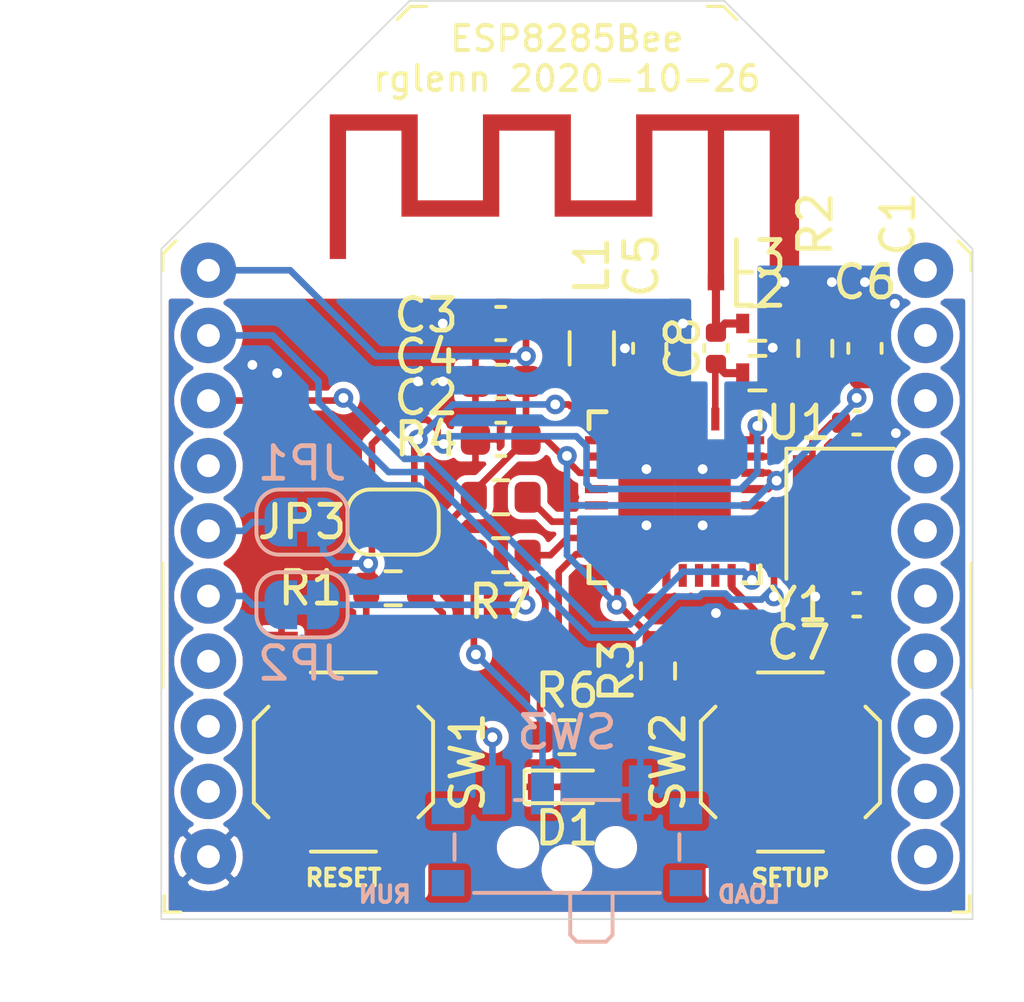
<source format=kicad_pcb>
(kicad_pcb (version 20171130) (host pcbnew "(5.1.7)-1")
  (layers (0 F.Cu signal) (31 B.Cu signal) (34 B.Paste user) (35 F.Paste user) (36 B.SilkS user) (37 F.SilkS user) (38 B.Mask user) (39 F.Mask user) (44 Edge.Cuts user))
  (net 0 "")
  (net 1 GND)
  (net 2 "Net-(AE1-Pad1)")
  (net 3 +3V3)
  (net 4 "Net-(C5-Pad1)")
  (net 5 "Net-(C6-Pad1)")
  (net 6 "Net-(C7-Pad1)")
  (net 7 "Net-(C8-Pad1)")
  (net 8 "Net-(D1-Pad2)")
  (net 9 /RESET)
  (net 10 "Net-(JP1-Pad2)")
  (net 11 /BOOT)
  (net 12 "Net-(JP2-Pad1)")
  (net 13 "Net-(JP3-Pad2)")
  (net 14 /TX)
  (net 15 /RX)
  (net 16 "Net-(R2-Pad1)")
  (net 17 "Net-(R3-Pad2)")
  (net 18 "Net-(R4-Pad2)")
  (net 19 "Net-(R6-Pad1)")
  (net 20 "Net-(R7-Pad2)")
  (module Capacitor_SMD:C_0603_1608Metric (layer F.Cu) (at 110.744 69.596 90)
    (fp_text reference C1 (at 3.81 1.016 90) (layer F.SilkS))
    (fp_text value 1u)
    (pad 1 smd roundrect (at -0.775 0 90) (size 0.9 0.95) (layers F.Cu F.Paste F.Mask) (net 3 +3V3))
    (pad 2 smd roundrect (at 0.775 0 90) (size 0.9 0.95) (layers F.Cu F.Paste F.Mask) (net 1 GND))
  )
  (module Capacitor_SMD:C_0603_1608Metric (layer F.Cu) (at 99.568 72.39 180)
    (fp_text reference C2 (at 2.286 1.27) (layer F.SilkS))
    (fp_text value 1u)
    (pad 2 smd roundrect (at 0.775 0 180) (size 0.9 0.95) (layers F.Cu F.Paste F.Mask) (net 1 GND))
    (pad 1 smd roundrect (at -0.775 0 180) (size 0.9 0.95) (layers F.Cu F.Paste F.Mask) (net 3 +3V3))
  )
  (module Capacitor_SMD:C_0603_1608Metric (layer F.Cu) (at 99.568 68.834 180)
    (fp_text reference C3 (at 2.286 0.254) (layer F.SilkS))
    (fp_text value 4.7u)
    (pad 2 smd roundrect (at 0.775 0 180) (size 0.9 0.95) (layers F.Cu F.Paste F.Mask) (net 1 GND))
    (pad 1 smd roundrect (at -0.775 0 180) (size 0.9 0.95) (layers F.Cu F.Paste F.Mask) (net 3 +3V3))
  )
  (module Capacitor_SMD:C_0603_1608Metric (layer F.Cu) (at 99.568 70.612 180)
    (fp_text reference C4 (at 2.286 0.762) (layer F.SilkS))
    (fp_text value 100n)
    (pad 1 smd roundrect (at -0.775 0 180) (size 0.9 0.95) (layers F.Cu F.Paste F.Mask) (net 3 +3V3))
    (pad 2 smd roundrect (at 0.775 0 180) (size 0.9 0.95) (layers F.Cu F.Paste F.Mask) (net 1 GND))
  )
  (module Capacitor_SMD:C_0603_1608Metric (layer F.Cu) (at 104.14 69.596 90)
    (fp_text reference C5 (at 2.54 -0.254 90) (layer F.SilkS))
    (fp_text value 100n)
    (pad 1 smd roundrect (at -0.775 0 90) (size 0.9 0.95) (layers F.Cu F.Paste F.Mask) (net 4 "Net-(C5-Pad1)"))
    (pad 2 smd roundrect (at 0.775 0 90) (size 0.9 0.95) (layers F.Cu F.Paste F.Mask) (net 1 GND))
  )
  (module Capacitor_SMD:C_0402_1005Metric (layer F.Cu) (at 106.172 69.596 90)
    (fp_text reference C8 (at 0 -1.016 90) (layer F.SilkS))
    (fp_text value 5.6p)
    (pad 1 smd roundrect (at -0.48 0 90) (size 0.56 0.62) (layers F.Cu F.Paste F.Mask) (net 7 "Net-(C8-Pad1)"))
    (pad 2 smd roundrect (at 0.48 0 90) (size 0.56 0.62) (layers F.Cu F.Paste F.Mask) (net 2 "Net-(AE1-Pad1)"))
  )
  (module LEDs:LED_0603 (layer F.Cu) (at 101.6 83.058)
    (fp_text reference D1 (at 0 1.27) (layer F.SilkS))
    (fp_text value LED)
    (pad 2 smd rect (at 0.8 0 180) (size 0.8 0.8) (layers F.Cu F.Paste F.Mask) (net 8 "Net-(D1-Pad2)"))
    (pad 1 smd rect (at -0.8 0 180) (size 0.8 0.8) (layers F.Cu F.Paste F.Mask) (net 1 GND))
  )
  (module Jumper:SolderJumper-2_P1.3mm_Bridged_RoundedPad1.0x1.5mm (layer B.Cu) (at 93.472 74.93 180)
    (fp_text reference JP1 (at 0 1.8) (layer B.SilkS) (effects (justify mirror)))
    (fp_text value SolderJumper_2_Bridged)
    (fp_poly (pts (xy 0.25 0.3) (xy -0.25 0.3) (xy -0.25 -0.3) (xy 0.25 -0.3)) (layer B.Cu) (width 0))
    (pad 1 smd custom (at -0.65 0 180) (size 1 0.5) (layers B.Cu B.Mask) (net 9 /RESET) (options (clearance outline) (anchor rect)) (primitives (gr_circle (center 0 -0.25) (end 0.5 -0.25) (width 0)) (gr_circle (center 0 0.25) (end 0.5 0.25) (width 0)) (gr_poly (pts (xy 0 0.75) (xy 0.5 0.75) (xy 0.5 -0.75) (xy 0 -0.75)) (width 0))))
    (pad 2 smd custom (at 0.65 0 180) (size 1 0.5) (layers B.Cu B.Mask) (net 10 "Net-(JP1-Pad2)") (options (clearance outline) (anchor rect)) (primitives (gr_circle (center 0 -0.25) (end 0.5 -0.25) (width 0)) (gr_circle (center 0 0.25) (end 0.5 0.25) (width 0)) (gr_poly (pts (xy 0 0.75) (xy -0.5 0.75) (xy -0.5 -0.75) (xy 0 -0.75)) (width 0))))
  )
  (module Jumper:SolderJumper-2_P1.3mm_Bridged_RoundedPad1.0x1.5mm (layer B.Cu) (at 93.472 77.47)
    (fp_text reference JP2 (at 0 1.8) (layer B.SilkS) (effects (justify mirror)))
    (fp_text value SolderJumper_2_Bridged)
    (fp_poly (pts (xy 0.25 0.3) (xy -0.25 0.3) (xy -0.25 -0.3) (xy 0.25 -0.3)) (layer B.Cu) (width 0))
    (pad 2 smd custom (at 0.65 0) (size 1 0.5) (layers B.Cu B.Mask) (net 11 /BOOT) (options (clearance outline) (anchor rect)) (primitives (gr_circle (center 0 -0.25) (end 0.5 -0.25) (width 0)) (gr_circle (center 0 0.25) (end 0.5 0.25) (width 0)) (gr_poly (pts (xy 0 0.75) (xy -0.5 0.75) (xy -0.5 -0.75) (xy 0 -0.75)) (width 0))))
    (pad 1 smd custom (at -0.65 0) (size 1 0.5) (layers B.Cu B.Mask) (net 12 "Net-(JP2-Pad1)") (options (clearance outline) (anchor rect)) (primitives (gr_circle (center 0 -0.25) (end 0.5 -0.25) (width 0)) (gr_circle (center 0 0.25) (end 0.5 0.25) (width 0)) (gr_poly (pts (xy 0 0.75) (xy 0.5 0.75) (xy 0.5 -0.75) (xy 0 -0.75)) (width 0))))
  )
  (module Jumper:SolderJumper-2_P1.3mm_Bridged_RoundedPad1.0x1.5mm (layer F.Cu) (at 96.266 74.93)
    (fp_text reference JP3 (at -2.794 0) (layer F.SilkS))
    (fp_text value SolderJumper_2_Bridged)
    (fp_poly (pts (xy 0.25 -0.3) (xy -0.25 -0.3) (xy -0.25 0.3) (xy 0.25 0.3)) (layer F.Cu) (width 0))
    (pad 2 smd custom (at 0.65 0) (size 1 0.5) (layers F.Cu F.Mask) (net 13 "Net-(JP3-Pad2)") (options (clearance outline) (anchor rect)) (primitives (gr_circle (center 0 0.25) (end 0.5 0.25) (width 0)) (gr_circle (center 0 -0.25) (end 0.5 -0.25) (width 0)) (gr_poly (pts (xy 0 -0.75) (xy -0.5 -0.75) (xy -0.5 0.75) (xy 0 0.75)) (width 0))))
    (pad 1 smd custom (at -0.65 0) (size 1 0.5) (layers F.Cu F.Mask) (net 9 /RESET) (options (clearance outline) (anchor rect)) (primitives (gr_circle (center 0 0.25) (end 0.5 0.25) (width 0)) (gr_circle (center 0 -0.25) (end 0.5 -0.25) (width 0)) (gr_poly (pts (xy 0 -0.75) (xy 0.5 -0.75) (xy 0.5 0.75) (xy 0 0.75)) (width 0))))
  )
  (module Inductors_SMD:L_0603 (layer F.Cu) (at 102.362 69.596 90)
    (fp_text reference L1 (at 2.54 0 90) (layer F.SilkS))
    (fp_text value 4.7n)
    (pad 1 smd rect (at -0.75 0 90) (size 0.5 0.9) (layers F.Cu F.Paste F.Mask) (net 4 "Net-(C5-Pad1)"))
    (pad 2 smd rect (at 0.75 0 90) (size 0.5 0.9) (layers F.Cu F.Paste F.Mask) (net 3 +3V3))
  )
  (module Inductors_SMD:L_0402 (layer F.Cu) (at 107.442 70.358)
    (fp_text reference L2 (at 0 -2.54) (layer F.SilkS))
    (fp_text value DNP)
    (pad 2 smd rect (at 0.45 0) (size 0.4 0.6) (layers F.Cu F.Paste F.Mask) (net 1 GND))
    (pad 1 smd rect (at -0.45 0) (size 0.4 0.6) (layers F.Cu F.Paste F.Mask) (net 7 "Net-(C8-Pad1)"))
  )
  (module Inductors_SMD:L_0402 (layer F.Cu) (at 107.442 68.834)
    (fp_text reference L3 (at 0 -2.032) (layer F.SilkS))
    (fp_text value DNP)
    (pad 1 smd rect (at -0.45 0) (size 0.4 0.6) (layers F.Cu F.Paste F.Mask) (net 2 "Net-(AE1-Pad1)"))
    (pad 2 smd rect (at 0.45 0) (size 0.4 0.6) (layers F.Cu F.Paste F.Mask) (net 1 GND))
  )
  (module digikey-footprints:XBEE-20_THT (layer F.Cu) (at 101.6 76.2)
    (fp_text reference MOD1 hide)
    (fp_text value XB24CAWIT-001)
    (pad 1 thru_hole circle (at -11 -9) (size 1.7 1.7) (drill 0.7) (layers *.Cu *.Mask) (net 3 +3V3))
    (pad 2 thru_hole circle (at -11 -7) (size 1.7 1.7) (drill 0.7) (layers *.Cu *.Mask) (net 14 /TX))
    (pad 3 thru_hole circle (at -11 -5) (size 1.7 1.7) (drill 0.7) (layers *.Cu *.Mask) (net 15 /RX))
    (pad 4 thru_hole circle (at -11 -3) (size 1.7 1.7) (drill 0.7) (layers *.Cu *.Mask))
    (pad 5 thru_hole circle (at -11 -1) (size 1.7 1.7) (drill 0.7) (layers *.Cu *.Mask) (net 10 "Net-(JP1-Pad2)"))
    (pad 6 thru_hole circle (at -11 1) (size 1.7 1.7) (drill 0.7) (layers *.Cu *.Mask) (net 12 "Net-(JP2-Pad1)"))
    (pad 7 thru_hole circle (at -11 3) (size 1.7 1.7) (drill 0.7) (layers *.Cu *.Mask))
    (pad 8 thru_hole circle (at -11 5) (size 1.7 1.7) (drill 0.7) (layers *.Cu *.Mask))
    (pad 9 thru_hole circle (at -11 7) (size 1.7 1.7) (drill 0.7) (layers *.Cu *.Mask))
    (pad 10 thru_hole circle (at -11 9) (size 1.7 1.7) (drill 0.7) (layers *.Cu *.Mask) (net 1 GND))
    (pad 11 thru_hole circle (at 11 9) (size 1.7 1.7) (drill 0.7) (layers *.Cu *.Mask))
    (pad 12 thru_hole circle (at 11 7) (size 1.7 1.7) (drill 0.7) (layers *.Cu *.Mask))
    (pad 13 thru_hole circle (at 11 5) (size 1.7 1.7) (drill 0.7) (layers *.Cu *.Mask))
    (pad 14 thru_hole circle (at 11 3) (size 1.7 1.7) (drill 0.7) (layers *.Cu *.Mask))
    (pad 15 thru_hole circle (at 11 1) (size 1.7 1.7) (drill 0.7) (layers *.Cu *.Mask))
    (pad 16 thru_hole circle (at 11 -1) (size 1.7 1.7) (drill 0.7) (layers *.Cu *.Mask))
    (pad 17 thru_hole circle (at 11 -3) (size 1.7 1.7) (drill 0.7) (layers *.Cu *.Mask))
    (pad 18 thru_hole circle (at 11 -5) (size 1.7 1.7) (drill 0.7) (layers *.Cu *.Mask))
    (pad 19 thru_hole circle (at 11 -7) (size 1.7 1.7) (drill 0.7) (layers *.Cu *.Mask))
    (pad 20 thru_hole circle (at 11 -9) (size 1.7 1.7) (drill 0.7) (layers *.Cu *.Mask))
  )
  (module Resistor_SMD:R_0603_1608Metric (layer F.Cu) (at 96.266 76.962 180)
    (fp_text reference R1 (at 2.54 0) (layer F.SilkS))
    (fp_text value 4.7K)
    (pad 2 smd roundrect (at 0.825 0 180) (size 0.8 0.95) (layers F.Cu F.Paste F.Mask) (net 9 /RESET))
    (pad 1 smd roundrect (at -0.825 0 180) (size 0.8 0.95) (layers F.Cu F.Paste F.Mask) (net 3 +3V3))
  )
  (module Resistor_SMD:R_0603_1608Metric (layer F.Cu) (at 109.22 69.596 90)
    (fp_text reference R2 (at 3.81 0 90) (layer F.SilkS))
    (fp_text value 12K)
    (pad 1 smd roundrect (at -0.825 0 90) (size 0.8 0.95) (layers F.Cu F.Paste F.Mask) (net 16 "Net-(R2-Pad1)"))
    (pad 2 smd roundrect (at 0.825 0 90) (size 0.8 0.95) (layers F.Cu F.Paste F.Mask) (net 1 GND))
  )
  (module Resistor_SMD:R_0603_1608Metric (layer F.Cu) (at 104.394 79.502 270)
    (fp_text reference R3 (at 0 1.27 90) (layer F.SilkS))
    (fp_text value 4.7K)
    (pad 1 smd roundrect (at -0.825 0 270) (size 0.8 0.95) (layers F.Cu F.Paste F.Mask) (net 3 +3V3))
    (pad 2 smd roundrect (at 0.825 0 270) (size 0.8 0.95) (layers F.Cu F.Paste F.Mask) (net 17 "Net-(R3-Pad2)"))
  )
  (module Resistor_SMD:R_0603_1608Metric (layer F.Cu) (at 99.568 74.168)
    (fp_text reference R4 (at -2.286 -1.778) (layer F.SilkS))
    (fp_text value 4.7K)
    (pad 2 smd roundrect (at 0.825 0) (size 0.8 0.95) (layers F.Cu F.Paste F.Mask) (net 18 "Net-(R4-Pad2)"))
    (pad 1 smd roundrect (at -0.825 0) (size 0.8 0.95) (layers F.Cu F.Paste F.Mask) (net 3 +3V3))
  )
  (module Resistor_SMD:R_0603_1608Metric (layer F.Cu) (at 101.6 81.534)
    (fp_text reference R6 (at 0 -1.43) (layer F.SilkS))
    (fp_text value 220)
    (pad 2 smd roundrect (at 0.825 0) (size 0.8 0.95) (layers F.Cu F.Paste F.Mask) (net 8 "Net-(D1-Pad2)"))
    (pad 1 smd roundrect (at -0.825 0) (size 0.8 0.95) (layers F.Cu F.Paste F.Mask) (net 19 "Net-(R6-Pad1)"))
  )
  (module Resistor_SMD:R_0603_1608Metric (layer F.Cu) (at 99.568 75.946 180)
    (fp_text reference R7 (at 0 -1.43) (layer F.SilkS))
    (fp_text value 4.7K)
    (pad 1 smd roundrect (at -0.825 0 180) (size 0.8 0.95) (layers F.Cu F.Paste F.Mask) (net 11 /BOOT))
    (pad 2 smd roundrect (at 0.825 0 180) (size 0.8 0.95) (layers F.Cu F.Paste F.Mask) (net 20 "Net-(R7-Pad2)"))
  )
  (module Button_Switch_SMD:SW_SPST_TL3342 (layer F.Cu) (at 94.742 82.296 90)
    (fp_text reference SW1 (at 0 3.81 90) (layer F.SilkS))
    (fp_text value SW_Push)
    (pad 1 smd rect (at -3.15 -1.9 90) (size 1.7 1) (layers F.Cu F.Paste F.Mask) (net 1 GND))
    (pad 1 smd rect (at 3.15 -1.9 90) (size 1.7 1) (layers F.Cu F.Paste F.Mask) (net 1 GND))
    (pad 2 smd rect (at -3.15 1.9 90) (size 1.7 1) (layers F.Cu F.Paste F.Mask) (net 9 /RESET))
    (pad 2 smd rect (at 3.15 1.9 90) (size 1.7 1) (layers F.Cu F.Paste F.Mask) (net 9 /RESET))
  )
  (module Button_Switch_SMD:SW_SPST_TL3342 (layer F.Cu) (at 108.458 82.296 90)
    (fp_text reference SW2 (at 0 -3.75 90) (layer F.SilkS))
    (fp_text value SW_Push)
    (pad 2 smd rect (at 3.15 1.9 90) (size 1.7 1) (layers F.Cu F.Paste F.Mask) (net 17 "Net-(R3-Pad2)"))
    (pad 2 smd rect (at -3.15 1.9 90) (size 1.7 1) (layers F.Cu F.Paste F.Mask) (net 17 "Net-(R3-Pad2)"))
    (pad 1 smd rect (at 3.15 -1.9 90) (size 1.7 1) (layers F.Cu F.Paste F.Mask) (net 1 GND))
    (pad 1 smd rect (at -3.15 -1.9 90) (size 1.7 1) (layers F.Cu F.Paste F.Mask) (net 1 GND))
  )
  (module Button_Switch_SMD:SW_SPDT_PCM12 (layer B.Cu) (at 101.6 84.582 180)
    (fp_text reference SW3 (at 0 3.2) (layer B.SilkS) (effects (justify mirror)))
    (fp_text value SW_SPDT)
    (pad "" np_thru_hole circle (at -1.5 -0.33 180) (size 0.9 0.9) (drill 0.9) (layers *.Cu *.Mask))
    (pad "" np_thru_hole circle (at 1.5 -0.33 180) (size 0.9 0.9) (drill 0.9) (layers *.Cu *.Mask))
    (pad 1 smd rect (at -2.25 1.43 180) (size 0.7 1.5) (layers B.Cu B.Paste B.Mask) (net 1 GND))
    (pad 2 smd rect (at 0.75 1.43 180) (size 0.7 1.5) (layers B.Cu B.Paste B.Mask) (net 20 "Net-(R7-Pad2)"))
    (pad 3 smd rect (at 2.25 1.43 180) (size 0.7 1.5) (layers B.Cu B.Paste B.Mask) (net 3 +3V3))
    (pad "" smd rect (at -3.65 -1.43 180) (size 1 0.8) (layers B.Cu B.Paste B.Mask))
    (pad "" smd rect (at 3.65 -1.43 180) (size 1 0.8) (layers B.Cu B.Paste B.Mask))
    (pad "" smd rect (at 3.65 0.78 180) (size 1 0.8) (layers B.Cu B.Paste B.Mask))
    (pad "" smd rect (at -3.65 0.78 180) (size 1 0.8) (layers B.Cu B.Paste B.Mask))
  )
  (module Housings_DFN_QFN:QFN-32-1EP_5x5mm_Pitch0.5mm (layer F.Cu) (at 104.902 74.168 270)
    (fp_text reference U1 (at -2.286 -3.81 180) (layer F.SilkS))
    (fp_text value ESP8285)
    (pad 1 smd rect (at -2.4 -1.75 270) (size 0.7 0.25) (layers F.Cu F.Paste F.Mask) (net 3 +3V3))
    (pad 2 smd rect (at -2.4 -1.25 270) (size 0.7 0.25) (layers F.Cu F.Paste F.Mask) (net 7 "Net-(C8-Pad1)"))
    (pad 3 smd rect (at -2.4 -0.75 270) (size 0.7 0.25) (layers F.Cu F.Paste F.Mask) (net 4 "Net-(C5-Pad1)"))
    (pad 4 smd rect (at -2.4 -0.25 270) (size 0.7 0.25) (layers F.Cu F.Paste F.Mask) (net 4 "Net-(C5-Pad1)"))
    (pad 5 smd rect (at -2.4 0.25 270) (size 0.7 0.25) (layers F.Cu F.Paste F.Mask))
    (pad 6 smd rect (at -2.4 0.75 270) (size 0.7 0.25) (layers F.Cu F.Paste F.Mask))
    (pad 7 smd rect (at -2.4 1.25 270) (size 0.7 0.25) (layers F.Cu F.Paste F.Mask) (net 3 +3V3))
    (pad 8 smd rect (at -2.4 1.75 270) (size 0.7 0.25) (layers F.Cu F.Paste F.Mask) (net 13 "Net-(JP3-Pad2)"))
    (pad 9 smd rect (at -1.75 2.4) (size 0.7 0.25) (layers F.Cu F.Paste F.Mask))
    (pad 10 smd rect (at -1.25 2.4) (size 0.7 0.25) (layers F.Cu F.Paste F.Mask))
    (pad 11 smd rect (at -0.75 2.4) (size 0.7 0.25) (layers F.Cu F.Paste F.Mask) (net 3 +3V3))
    (pad 12 smd rect (at -0.25 2.4) (size 0.7 0.25) (layers F.Cu F.Paste F.Mask))
    (pad 13 smd rect (at 0.25 2.4) (size 0.7 0.25) (layers F.Cu F.Paste F.Mask) (net 1 GND))
    (pad 14 smd rect (at 0.75 2.4) (size 0.7 0.25) (layers F.Cu F.Paste F.Mask) (net 18 "Net-(R4-Pad2)"))
    (pad 15 smd rect (at 1.25 2.4) (size 0.7 0.25) (layers F.Cu F.Paste F.Mask) (net 11 /BOOT))
    (pad 16 smd rect (at 1.75 2.4) (size 0.7 0.25) (layers F.Cu F.Paste F.Mask) (net 19 "Net-(R6-Pad1)"))
    (pad 17 smd rect (at 2.4 1.75 270) (size 0.7 0.25) (layers F.Cu F.Paste F.Mask) (net 3 +3V3))
    (pad 18 smd rect (at 2.4 1.25 270) (size 0.7 0.25) (layers F.Cu F.Paste F.Mask))
    (pad 19 smd rect (at 2.4 0.75 270) (size 0.7 0.25) (layers F.Cu F.Paste F.Mask))
    (pad 20 smd rect (at 2.4 0.25 270) (size 0.7 0.25) (layers F.Cu F.Paste F.Mask))
    (pad 21 smd rect (at 2.4 -0.25 270) (size 0.7 0.25) (layers F.Cu F.Paste F.Mask))
    (pad 22 smd rect (at 2.4 -0.75 270) (size 0.7 0.25) (layers F.Cu F.Paste F.Mask))
    (pad 23 smd rect (at 2.4 -1.25 270) (size 0.7 0.25) (layers F.Cu F.Paste F.Mask))
    (pad 24 smd rect (at 2.4 -1.75 270) (size 0.7 0.25) (layers F.Cu F.Paste F.Mask) (net 17 "Net-(R3-Pad2)"))
    (pad 25 smd rect (at 1.75 -2.4) (size 0.7 0.25) (layers F.Cu F.Paste F.Mask) (net 15 /RX))
    (pad 26 smd rect (at 1.25 -2.4) (size 0.7 0.25) (layers F.Cu F.Paste F.Mask) (net 14 /TX))
    (pad 27 smd rect (at 0.75 -2.4) (size 0.7 0.25) (layers F.Cu F.Paste F.Mask) (net 6 "Net-(C7-Pad1)"))
    (pad 28 smd rect (at 0.25 -2.4) (size 0.7 0.25) (layers F.Cu F.Paste F.Mask) (net 5 "Net-(C6-Pad1)"))
    (pad 29 smd rect (at -0.25 -2.4) (size 0.7 0.25) (layers F.Cu F.Paste F.Mask) (net 3 +3V3))
    (pad 30 smd rect (at -0.75 -2.4) (size 0.7 0.25) (layers F.Cu F.Paste F.Mask) (net 3 +3V3))
    (pad 31 smd rect (at -1.25 -2.4) (size 0.7 0.25) (layers F.Cu F.Paste F.Mask) (net 16 "Net-(R2-Pad1)"))
    (pad 32 smd rect (at -1.75 -2.4) (size 0.7 0.25) (layers F.Cu F.Paste F.Mask) (net 9 /RESET))
    (pad 33 smd rect (at 0.8625 0.8625 270) (size 1.725 1.725) (layers F.Cu F.Paste F.Mask) (net 1 GND))
    (pad 33 smd rect (at 0.8625 -0.8625 270) (size 1.725 1.725) (layers F.Cu F.Paste F.Mask) (net 1 GND))
    (pad 33 smd rect (at -0.8625 0.8625 270) (size 1.725 1.725) (layers F.Cu F.Paste F.Mask) (net 1 GND))
    (pad 33 smd rect (at -0.8625 -0.8625 270) (size 1.725 1.725) (layers F.Cu F.Paste F.Mask) (net 1 GND))
  )
  (module Crystal:Crystal_SMD_3225-4Pin_3.2x2.5mm (layer F.Cu) (at 109.982 74.676 270)
    (fp_text reference Y1 (at 2.794 1.27 180) (layer F.SilkS))
    (fp_text value Crystal_GND24_Small)
    (pad 1 smd rect (at -1.1 0.85 270) (size 1.4 1.2) (layers F.Cu F.Paste F.Mask) (net 5 "Net-(C6-Pad1)"))
    (pad 2 smd rect (at 1.1 0.85 270) (size 1.4 1.2) (layers F.Cu F.Paste F.Mask) (net 1 GND))
    (pad 3 smd rect (at 1.1 -0.85 270) (size 1.4 1.2) (layers F.Cu F.Paste F.Mask) (net 6 "Net-(C7-Pad1)"))
    (pad 4 smd rect (at -1.1 -0.85 270) (size 1.4 1.2) (layers F.Cu F.Paste F.Mask) (net 1 GND))
  )
  (module RF_Antenna:Texas_SWRA117D_2.4GHz_Left (layer F.Cu) (at 106.172 67.564)
    (fp_text reference AE1 hide)
    (fp_text value Antenna_Dipole)
    (fp_poly (pts (xy -2.45 -2.51) (xy -4.45 -2.51) (xy -4.45 -5.15) (xy -7.15 -5.15) (xy -7.15 -2.51) (xy -9.15 -2.51) (xy -9.15 -5.15) (xy -11.85 -5.15) (xy -11.85 -0.71) (xy -11.35 -0.71) (xy -11.35 -4.65) (xy -9.65 -4.65) (xy -9.65 -2.01) (xy -6.65 -2.01) (xy -6.65 -4.65) (xy -4.95 -4.65) (xy -4.95 -2.01) (xy -1.95 -2.01) (xy -1.95 -4.65) (xy -0.25 -4.65) (xy -0.25 0.25) (xy 0.25 0.25) (xy 0.25 -4.65) (xy 1.65 -4.65) (xy 1.65 0.25) (xy 2.55 0.25) (xy 2.55 0.006785) (xy 2.247583 0.006785) (xy 2.237742 0.054395) (xy 2.213674 0.096797) (xy 2.175731 0.129581) (xy 2.167819 0.133935) (xy 2.125156 0.146043) (xy 2.076637 0.1453) (xy 2.031122 0.1324) (xy 2.012511 0.121787) (xy 1.978868 0.086553) (xy 1.958309 0.041368) (xy 1.951778 -0.008158) (xy 1.960218 -0.056417) (xy 1.977112 -0.088643) (xy 2.012372 -0.121313) (xy 2.057682 -0.141408) (xy 2.107267 -0.147982) (xy 2.155353 -0.140092) (xy 2.188245 -0.123186) (xy 2.223185 -0.086416) (xy 2.242847 -0.041622) (xy 2.247583 0.006785) (xy 2.55 0.006785) (xy 2.55 -5.15) (xy -2.45 -5.15) (xy -2.45 -2.51)) (layer F.Cu) (width 0))
    (pad 2 thru_hole rect (at 2.1 0) (size 0.9 0.5) (drill 0.3) (layers *.Cu) (net 1 GND))
    (pad 1 connect rect (at 0 0) (size 0.5 0.5) (layers F.Cu) (net 2 "Net-(AE1-Pad1)"))
  )
  (module Capacitor_SMD:C_0402_1005Metric (layer F.Cu) (at 110.49 71.882)
    (fp_text reference C6 (at 0.254 -4.318) (layer F.SilkS))
    (fp_text value 6.8p)
    (pad 1 smd roundrect (at -0.48 0) (size 0.56 0.62) (layers F.Cu F.Paste F.Mask) (net 5 "Net-(C6-Pad1)"))
    (pad 2 smd roundrect (at 0.48 0) (size 0.56 0.62) (layers F.Cu F.Paste F.Mask) (net 1 GND))
  )
  (module Capacitor_SMD:C_0402_1005Metric (layer F.Cu) (at 110.49 77.47 180)
    (fp_text reference C7 (at 1.778 -1.16) (layer F.SilkS))
    (fp_text value 6.8p)
    (pad 2 smd roundrect (at 0.48 0 180) (size 0.56 0.62) (layers F.Cu F.Paste F.Mask) (net 1 GND))
    (pad 1 smd roundrect (at -0.48 0 180) (size 0.56 0.62) (layers F.Cu F.Paste F.Mask) (net 6 "Net-(C7-Pad1)"))
  )
  (module jlcpcb-tooling:tooling-hole (layer F.Cu) (at 92.71 65.532)
    (fp_text reference H1 hide)
    (fp_text value MountingHole)
    (pad "" np_thru_hole circle (at 0 0) (size 1.152 1.152) (drill 1.152) (layers *.Cu *.Mask))
  )
  (module jlcpcb-tooling:tooling-hole (layer F.Cu) (at 110.49 65.532)
    (fp_text reference H2 hide)
    (fp_text value MountingHole)
    (pad "" np_thru_hole circle (at 0 0) (size 1.152 1.152) (drill 1.152) (layers *.Cu *.Mask))
  )
  (module jlcpcb-tooling:tooling-hole (layer F.Cu) (at 101.6 85.598)
    (fp_text reference H3 hide)
    (fp_text value MountingHole)
    (pad "" np_thru_hole circle (at 0 0) (size 1.152 1.152) (drill 1.152) (layers *.Cu *.Mask))
  )
  (gr_text "ESP8285Bee\nrglenn 2020-10-26" (at 101.6 60.706) (layer F.SilkS) (effects (font (size 0.762 0.762) (thickness 0.127))))
  (gr_text RUN (at 96.012 86.36) (layer B.SilkS) (effects (font (size 0.508 0.508) (thickness 0.127)) (justify mirror)))
  (gr_text LOAD (at 107.188 86.36) (layer B.SilkS) (effects (font (size 0.508 0.508) (thickness 0.127)) (justify mirror)))
  (gr_text SETUP (at 108.458 85.852) (layer F.SilkS) (effects (font (size 0.508 0.508) (thickness 0.127))))
  (gr_text RESET (at 94.742 85.852) (layer F.SilkS) (effects (font (size 0.508 0.508) (thickness 0.127))))
  (gr_line (start 114.046 87.122) (end 114.046 66.548) (layer Edge.Cuts) (width 0.05))
  (gr_line (start 89.154 87.122) (end 114.046 87.122) (layer Edge.Cuts) (width 0.05))
  (gr_line (start 89.154 66.548) (end 89.154 87.122) (layer Edge.Cuts) (width 0.05))
  (gr_line (start 96.774 58.928) (end 89.154 66.548) (layer Edge.Cuts) (width 0.05))
  (gr_line (start 106.426 58.928) (end 96.774 58.928) (layer Edge.Cuts) (width 0.05))
  (gr_line (start 114.046 66.548) (end 106.426 58.928) (layer Edge.Cuts) (width 0.05))
  (segment (start 108.272 68.454) (end 107.892 68.834) (width 0.2032) (layer F.Cu) (net 1))
  (segment (start 108.272 67.564) (end 108.272 68.454) (width 0.2032) (layer F.Cu) (net 1))
  (via (at 111.664525 68.22666) (size 0.6) (drill 0.3) (layers F.Cu B.Cu) (net 1))
  (segment (start 111.070185 68.821) (end 111.664525 68.22666) (width 0.2032) (layer F.Cu) (net 1))
  (segment (start 110.744 68.821) (end 111.070185 68.821) (width 0.2032) (layer F.Cu) (net 1))
  (via (at 105.156 68.834) (size 0.6) (drill 0.3) (layers F.Cu B.Cu) (net 1))
  (segment (start 105.143 68.821) (end 105.156 68.834) (width 0.2032) (layer F.Cu) (net 1))
  (segment (start 104.14 68.821) (end 105.143 68.821) (width 0.2032) (layer F.Cu) (net 1))
  (via (at 97.79 70.612) (size 0.6) (drill 0.3) (layers F.Cu B.Cu) (net 1))
  (segment (start 98.793 70.612) (end 97.79 70.612) (width 0.2032) (layer F.Cu) (net 1))
  (segment (start 103.427 74.418) (end 104.0395 75.0305) (width 0.2032) (layer F.Cu) (net 1))
  (segment (start 102.502 74.418) (end 103.427 74.418) (width 0.2032) (layer F.Cu) (net 1))
  (via (at 104.0395 75.0305) (size 0.6) (drill 0.3) (layers F.Cu B.Cu) (net 1))
  (segment (start 104.0395 75.0305) (end 105.7645 75.0305) (width 0.2032) (layer F.Cu) (net 1))
  (via (at 105.7645 75.0305) (size 0.6) (drill 0.3) (layers F.Cu B.Cu) (net 1))
  (via (at 104.0395 73.3055) (size 0.6) (drill 0.3) (layers F.Cu B.Cu) (net 1))
  (segment (start 104.0395 75.0305) (end 104.0395 73.3055) (width 0.2032) (layer F.Cu) (net 1))
  (via (at 105.7645 73.3055) (size 0.6) (drill 0.3) (layers F.Cu B.Cu) (net 1))
  (segment (start 104.0395 73.3055) (end 105.7645 73.3055) (width 0.2032) (layer F.Cu) (net 1))
  (segment (start 111.37508 71.882) (end 111.69308 72.2) (width 0.2032) (layer F.Cu) (net 1))
  (via (at 111.69308 72.2) (size 0.6) (drill 0.3) (layers F.Cu B.Cu) (net 1))
  (segment (start 110.97 71.882) (end 111.37508 71.882) (width 0.2032) (layer F.Cu) (net 1))
  (via (at 106.172 77.724) (size 0.6) (drill 0.3) (layers F.Cu B.Cu) (net 1))
  (segment (start 106.558 78.11) (end 106.172 77.724) (width 0.2032) (layer F.Cu) (net 1))
  (segment (start 106.558 79.146) (end 106.558 78.11) (width 0.2032) (layer F.Cu) (net 1))
  (via (at 109.22 77.216) (size 0.6) (drill 0.3) (layers F.Cu B.Cu) (net 1))
  (segment (start 109.132 77.128) (end 109.22 77.216) (width 0.2032) (layer F.Cu) (net 1))
  (segment (start 109.132 75.776) (end 109.132 77.128) (width 0.2032) (layer F.Cu) (net 1))
  (via (at 91.948 70.104) (size 0.6) (drill 0.3) (layers F.Cu B.Cu) (net 1))
  (via (at 92.71 70.358) (size 0.6) (drill 0.3) (layers F.Cu B.Cu) (net 1))
  (via (at 97.028 70.612) (size 0.6) (drill 0.3) (layers F.Cu B.Cu) (net 1))
  (via (at 103.378 69.596) (size 0.6) (drill 0.3) (layers F.Cu B.Cu) (net 1))
  (segment (start 104.14 68.834) (end 103.378 69.596) (width 0.2032) (layer F.Cu) (net 1))
  (segment (start 104.14 68.821) (end 104.14 68.834) (width 0.2032) (layer F.Cu) (net 1))
  (via (at 107.915017 69.576955) (size 0.6) (drill 0.3) (layers F.Cu B.Cu) (net 1))
  (segment (start 107.892 69.553938) (end 107.915017 69.576955) (width 0.2032) (layer F.Cu) (net 1))
  (segment (start 107.892 68.834) (end 107.892 69.553938) (width 0.2032) (layer F.Cu) (net 1))
  (via (at 97.79 68.834) (size 0.6) (drill 0.3) (layers F.Cu B.Cu) (net 1))
  (segment (start 98.793 68.834) (end 97.79 68.834) (width 0.2032) (layer F.Cu) (net 1))
  (via (at 110.744 67.564) (size 0.6) (drill 0.3) (layers F.Cu B.Cu) (net 1))
  (segment (start 110.744 68.821) (end 110.744 67.564) (width 0.2032) (layer F.Cu) (net 1))
  (via (at 109.728 67.564) (size 0.6) (drill 0.3) (layers F.Cu B.Cu) (net 1))
  (segment (start 109.22 68.072) (end 109.728 67.564) (width 0.2032) (layer F.Cu) (net 1))
  (segment (start 109.22 68.771) (end 109.22 68.072) (width 0.2032) (layer F.Cu) (net 1))
  (segment (start 106.172 67.564) (end 106.172 69.116) (width 0.25) (layer F.Cu) (net 2))
  (segment (start 106.454 68.834) (end 106.172 69.116) (width 0.25) (layer F.Cu) (net 2))
  (segment (start 106.992 68.834) (end 106.454 68.834) (width 0.25) (layer F.Cu) (net 2))
  (segment (start 100.956118 72.39) (end 100.343 72.39) (width 0.2032) (layer F.Cu) (net 3))
  (segment (start 101.984118 73.418) (end 100.956118 72.39) (width 0.2032) (layer F.Cu) (net 3))
  (segment (start 102.502 73.418) (end 101.984118 73.418) (width 0.2032) (layer F.Cu) (net 3))
  (segment (start 107.773998 73.918) (end 108.031998 73.66) (width 0.2032) (layer F.Cu) (net 3))
  (via (at 108.031998 73.66) (size 0.6) (drill 0.3) (layers F.Cu B.Cu) (net 3))
  (segment (start 107.302 73.918) (end 107.773998 73.918) (width 0.2032) (layer F.Cu) (net 3))
  (via (at 110.49 71.12) (size 0.6) (drill 0.3) (layers F.Cu B.Cu) (net 3))
  (segment (start 110.49 71.201998) (end 110.49 71.12) (width 0.2032) (layer B.Cu) (net 3))
  (segment (start 108.031998 73.66) (end 110.49 71.201998) (width 0.2032) (layer B.Cu) (net 3))
  (segment (start 110.49 70.625) (end 110.744 70.371) (width 0.2032) (layer F.Cu) (net 3))
  (segment (start 110.49 71.12) (end 110.49 70.625) (width 0.2032) (layer F.Cu) (net 3))
  (segment (start 107.789998 73.418) (end 108.031998 73.66) (width 0.2032) (layer F.Cu) (net 3))
  (segment (start 107.302 73.418) (end 107.789998 73.418) (width 0.2032) (layer F.Cu) (net 3))
  (segment (start 100.355 68.846) (end 100.343 68.834) (width 0.2032) (layer F.Cu) (net 3))
  (segment (start 102.362 68.846) (end 100.355 68.846) (width 0.2032) (layer F.Cu) (net 3))
  (segment (start 103.152 77.435) (end 104.394 78.677) (width 0.2032) (layer F.Cu) (net 3))
  (segment (start 103.152 76.568) (end 103.152 77.435) (width 0.2032) (layer F.Cu) (net 3))
  (segment (start 98.743 73.99) (end 100.343 72.39) (width 0.2032) (layer F.Cu) (net 3))
  (segment (start 98.743 74.168) (end 98.743 73.99) (width 0.2032) (layer F.Cu) (net 3))
  (segment (start 100.343 71.361) (end 100.343 70.612) (width 0.2032) (layer F.Cu) (net 3))
  (segment (start 100.343 72.39) (end 100.343 71.361) (width 0.2032) (layer F.Cu) (net 3))
  (segment (start 97.091 76.899) (end 97.79 76.2) (width 0.2032) (layer F.Cu) (net 3))
  (segment (start 97.091 76.962) (end 97.091 76.899) (width 0.2032) (layer F.Cu) (net 3))
  (segment (start 97.79 75.121) (end 98.743 74.168) (width 0.2032) (layer F.Cu) (net 3))
  (segment (start 97.79 76.2) (end 97.79 75.121) (width 0.2032) (layer F.Cu) (net 3))
  (via (at 101.6 72.898) (size 0.6) (drill 0.3) (layers F.Cu B.Cu) (net 3))
  (segment (start 101.6 74.168) (end 101.6 72.898) (width 0.2032) (layer B.Cu) (net 3))
  (via (at 103.124 77.47) (size 0.6) (drill 0.3) (layers F.Cu B.Cu) (net 3))
  (segment (start 101.6 75.946) (end 103.124 77.47) (width 0.2032) (layer B.Cu) (net 3))
  (segment (start 97.091 76.962) (end 97.091 77.025) (width 0.2032) (layer F.Cu) (net 3))
  (segment (start 97.091 77.025) (end 97.79 77.724) (width 0.2032) (layer F.Cu) (net 3))
  (via (at 99.314 81.534) (size 0.6) (drill 0.3) (layers F.Cu B.Cu) (net 3))
  (segment (start 97.79 80.01) (end 99.314 81.534) (width 0.2032) (layer F.Cu) (net 3))
  (segment (start 97.79 77.724) (end 97.79 80.01) (width 0.2032) (layer F.Cu) (net 3))
  (segment (start 99.314 83.116) (end 99.35 83.152) (width 0.2032) (layer B.Cu) (net 3))
  (segment (start 99.314 81.534) (end 99.314 83.116) (width 0.2032) (layer B.Cu) (net 3))
  (segment (start 90.6 67.2) (end 93.108 67.2) (width 0.2032) (layer B.Cu) (net 3))
  (via (at 100.343 69.837) (size 0.6) (drill 0.3) (layers F.Cu B.Cu) (net 3))
  (segment (start 93.108 67.2) (end 95.745 69.837) (width 0.2032) (layer B.Cu) (net 3))
  (segment (start 100.343 69.837) (end 100.343 70.612) (width 0.2032) (layer F.Cu) (net 3))
  (segment (start 95.745 69.837) (end 100.343 69.837) (width 0.2032) (layer B.Cu) (net 3))
  (segment (start 100.343 68.834) (end 100.343 69.837) (width 0.2032) (layer F.Cu) (net 3))
  (segment (start 110.744 69.85) (end 110.744 70.371) (width 0.2032) (layer F.Cu) (net 3))
  (segment (start 108.712 69.596) (end 110.49 69.596) (width 0.2032) (layer F.Cu) (net 3))
  (segment (start 108.44339 69.86461) (end 108.712 69.596) (width 0.2032) (layer F.Cu) (net 3))
  (segment (start 108.44339 71.13461) (end 108.44339 69.86461) (width 0.2032) (layer F.Cu) (net 3))
  (segment (start 108.204 71.374) (end 108.44339 71.13461) (width 0.2032) (layer F.Cu) (net 3))
  (segment (start 106.934 71.374) (end 108.204 71.374) (width 0.2032) (layer F.Cu) (net 3))
  (segment (start 110.49 69.596) (end 110.744 69.85) (width 0.2032) (layer F.Cu) (net 3))
  (segment (start 106.652 71.656) (end 106.934 71.374) (width 0.2032) (layer F.Cu) (net 3))
  (segment (start 106.652 71.768) (end 106.652 71.656) (width 0.2032) (layer F.Cu) (net 3))
  (segment (start 107.188 74.422) (end 101.6 74.422) (width 0.2032) (layer B.Cu) (net 3))
  (segment (start 107.95 73.66) (end 107.188 74.422) (width 0.2032) (layer B.Cu) (net 3))
  (segment (start 108.031998 73.66) (end 107.95 73.66) (width 0.2032) (layer B.Cu) (net 3))
  (segment (start 101.6 74.422) (end 101.6 75.946) (width 0.2032) (layer B.Cu) (net 3))
  (segment (start 101.6 74.168) (end 101.6 74.422) (width 0.2032) (layer B.Cu) (net 3))
  (segment (start 100.343 71.133) (end 100.343 71.361) (width 0.2032) (layer F.Cu) (net 3))
  (segment (start 103.652 71.250118) (end 103.518281 71.116399) (width 0.2032) (layer F.Cu) (net 3))
  (segment (start 103.652 71.768) (end 103.652 71.250118) (width 0.2032) (layer F.Cu) (net 3))
  (segment (start 103.120399 71.116399) (end 102.901601 70.897601) (width 0.2032) (layer F.Cu) (net 3))
  (segment (start 103.518281 71.116399) (end 103.120399 71.116399) (width 0.2032) (layer F.Cu) (net 3))
  (segment (start 101.385118 70.612) (end 100.343 70.612) (width 0.2032) (layer F.Cu) (net 3))
  (segment (start 101.670719 70.897601) (end 101.385118 70.612) (width 0.2032) (layer F.Cu) (net 3))
  (segment (start 102.901601 70.897601) (end 101.670719 70.897601) (width 0.2032) (layer F.Cu) (net 3))
  (segment (start 105.652 71.768) (end 105.652 71.108) (width 0.2032) (layer F.Cu) (net 4))
  (segment (start 104.915 70.371) (end 104.14 70.371) (width 0.2032) (layer F.Cu) (net 4))
  (segment (start 105.152 70.87) (end 105.283 70.739) (width 0.2032) (layer F.Cu) (net 4))
  (segment (start 105.152 71.768) (end 105.152 70.87) (width 0.2032) (layer F.Cu) (net 4))
  (segment (start 105.283 70.739) (end 104.915 70.371) (width 0.2032) (layer F.Cu) (net 4))
  (segment (start 105.652 71.108) (end 105.283 70.739) (width 0.2032) (layer F.Cu) (net 4))
  (segment (start 102.387 70.371) (end 102.362 70.346) (width 0.2032) (layer F.Cu) (net 4))
  (segment (start 104.14 70.371) (end 102.387 70.371) (width 0.2032) (layer F.Cu) (net 4))
  (segment (start 110.01 71.882) (end 109.728 71.882) (width 0.2032) (layer F.Cu) (net 5))
  (segment (start 109.132 72.478) (end 109.132 73.576) (width 0.2032) (layer F.Cu) (net 5))
  (segment (start 109.728 71.882) (end 109.132 72.478) (width 0.2032) (layer F.Cu) (net 5))
  (segment (start 108.446399 74.261601) (end 109.132 73.576) (width 0.2032) (layer F.Cu) (net 5))
  (segment (start 108.110399 74.261601) (end 108.446399 74.261601) (width 0.2032) (layer F.Cu) (net 5))
  (segment (start 107.954 74.418) (end 108.110399 74.261601) (width 0.2032) (layer F.Cu) (net 5))
  (segment (start 107.302 74.418) (end 107.954 74.418) (width 0.2032) (layer F.Cu) (net 5))
  (segment (start 110.832 75.633118) (end 110.832 75.776) (width 0.2032) (layer F.Cu) (net 6))
  (segment (start 109.973281 74.774399) (end 110.832 75.633118) (width 0.2032) (layer F.Cu) (net 6))
  (segment (start 108.290719 74.774399) (end 109.973281 74.774399) (width 0.2032) (layer F.Cu) (net 6))
  (segment (start 108.147118 74.918) (end 108.290719 74.774399) (width 0.2032) (layer F.Cu) (net 6))
  (segment (start 107.302 74.918) (end 108.147118 74.918) (width 0.2032) (layer F.Cu) (net 6))
  (segment (start 110.832 77.332) (end 110.97 77.47) (width 0.2032) (layer F.Cu) (net 6))
  (segment (start 110.832 75.776) (end 110.832 77.332) (width 0.2032) (layer F.Cu) (net 6))
  (segment (start 106.152 70.096) (end 106.172 70.076) (width 0.2032) (layer F.Cu) (net 7))
  (segment (start 106.152 71.768) (end 106.152 70.096) (width 0.2032) (layer F.Cu) (net 7))
  (segment (start 106.454 70.358) (end 106.172 70.076) (width 0.25) (layer F.Cu) (net 7))
  (segment (start 106.992 70.358) (end 106.454 70.358) (width 0.25) (layer F.Cu) (net 7))
  (segment (start 102.4 81.559) (end 102.425 81.534) (width 0.2032) (layer F.Cu) (net 8))
  (segment (start 102.4 83.058) (end 102.4 81.559) (width 0.2032) (layer F.Cu) (net 8))
  (segment (start 95.616 76.787) (end 95.441 76.962) (width 0.2032) (layer F.Cu) (net 9))
  (segment (start 95.441 77.945) (end 96.642 79.146) (width 0.2032) (layer F.Cu) (net 9))
  (segment (start 95.441 76.962) (end 95.441 77.945) (width 0.2032) (layer F.Cu) (net 9))
  (segment (start 96.642 79.146) (end 96.642 85.446) (width 0.2032) (layer F.Cu) (net 9))
  (via (at 95.504 76.2) (size 0.6) (drill 0.3) (layers F.Cu B.Cu) (net 9))
  (segment (start 95.616 76.088) (end 95.504 76.2) (width 0.2032) (layer F.Cu) (net 9))
  (segment (start 95.616 74.93) (end 95.616 76.088) (width 0.2032) (layer F.Cu) (net 9))
  (segment (start 95.616 76.088) (end 95.616 76.787) (width 0.2032) (layer F.Cu) (net 9))
  (segment (start 94.122 74.93) (end 94.122 75.834) (width 0.2032) (layer B.Cu) (net 9))
  (segment (start 94.488 76.2) (end 95.504 76.2) (width 0.2032) (layer B.Cu) (net 9))
  (segment (start 94.122 75.834) (end 94.488 76.2) (width 0.2032) (layer B.Cu) (net 9))
  (via (at 107.442 71.9756) (size 0.6) (drill 0.3) (layers F.Cu B.Cu) (net 9))
  (segment (start 107.302 72.1156) (end 107.442 71.9756) (width 0.2032) (layer F.Cu) (net 9))
  (segment (start 107.302 72.418) (end 107.302 72.1156) (width 0.2032) (layer F.Cu) (net 9))
  (segment (start 107.442 71.9756) (end 107.442 73.359628) (width 0.2032) (layer B.Cu) (net 9))
  (segment (start 107.442 73.359628) (end 107.442 73.406) (width 0.2032) (layer B.Cu) (net 9))
  (segment (start 107.442 73.406) (end 106.934 73.914) (width 0.2032) (layer B.Cu) (net 9))
  (segment (start 106.934 73.914) (end 102.362 73.914) (width 0.2032) (layer B.Cu) (net 9))
  (segment (start 102.362 73.914) (end 102.201601 73.753601) (width 0.2032) (layer B.Cu) (net 9))
  (segment (start 102.201601 73.753601) (end 102.201601 72.609231) (width 0.2032) (layer B.Cu) (net 9))
  (via (at 97.815116 72.53301) (size 0.6) (drill 0.3) (layers F.Cu B.Cu) (net 9))
  (segment (start 98.051727 72.296399) (end 97.815116 72.53301) (width 0.2032) (layer B.Cu) (net 9))
  (segment (start 101.888769 72.296399) (end 98.051727 72.296399) (width 0.2032) (layer B.Cu) (net 9))
  (segment (start 102.201601 72.609231) (end 101.888769 72.296399) (width 0.2032) (layer B.Cu) (net 9))
  (segment (start 97.316769 71.788399) (end 96.359601 71.788399) (width 0.2032) (layer F.Cu) (net 9))
  (segment (start 97.629601 72.101231) (end 97.316769 71.788399) (width 0.2032) (layer F.Cu) (net 9))
  (segment (start 97.629601 72.347495) (end 97.629601 72.101231) (width 0.2032) (layer F.Cu) (net 9))
  (segment (start 97.815116 72.53301) (end 97.629601 72.347495) (width 0.2032) (layer F.Cu) (net 9))
  (segment (start 95.616 72.532) (end 95.616 74.93) (width 0.2032) (layer F.Cu) (net 9))
  (segment (start 96.359601 71.788399) (end 95.616 72.532) (width 0.2032) (layer F.Cu) (net 9))
  (segment (start 90.6 75.2) (end 91.678 75.2) (width 0.2032) (layer B.Cu) (net 10))
  (segment (start 91.948 74.93) (end 92.822 74.93) (width 0.2032) (layer B.Cu) (net 10))
  (segment (start 91.678 75.2) (end 91.948 74.93) (width 0.2032) (layer B.Cu) (net 10))
  (segment (start 102.502 75.418) (end 101.62 75.418) (width 0.2032) (layer F.Cu) (net 11))
  (segment (start 101.092 75.946) (end 100.393 75.946) (width 0.2032) (layer F.Cu) (net 11))
  (segment (start 101.62 75.418) (end 101.092 75.946) (width 0.2032) (layer F.Cu) (net 11))
  (via (at 100.33 77.47) (size 0.6) (drill 0.3) (layers F.Cu B.Cu) (net 11))
  (segment (start 94.122 77.47) (end 100.33 77.47) (width 0.2032) (layer B.Cu) (net 11))
  (segment (start 100.33 76.009) (end 100.393 75.946) (width 0.2032) (layer F.Cu) (net 11))
  (segment (start 100.33 77.47) (end 100.33 76.009) (width 0.2032) (layer F.Cu) (net 11))
  (segment (start 90.6 77.2) (end 91.678 77.2) (width 0.2032) (layer B.Cu) (net 12))
  (segment (start 91.948 77.47) (end 92.822 77.47) (width 0.2032) (layer B.Cu) (net 12))
  (segment (start 91.678 77.2) (end 91.948 77.47) (width 0.2032) (layer B.Cu) (net 12))
  (via (at 97.028 72.39) (size 0.6) (drill 0.3) (layers F.Cu B.Cu) (net 13))
  (segment (start 97.4554 71.9626) (end 97.028 72.39) (width 0.2032) (layer B.Cu) (net 13))
  (segment (start 96.916 72.502) (end 96.916 74.93) (width 0.2032) (layer F.Cu) (net 13))
  (segment (start 97.028 72.39) (end 96.916 72.502) (width 0.2032) (layer F.Cu) (net 13))
  (segment (start 103.152 71.768) (end 102.756 71.768) (width 0.2032) (layer F.Cu) (net 13))
  (via (at 101.240963 71.318637) (size 0.6) (drill 0.3) (layers F.Cu B.Cu) (net 13))
  (segment (start 98.099363 71.318637) (end 97.4554 71.9626) (width 0.2032) (layer B.Cu) (net 13))
  (segment (start 101.240963 71.318637) (end 98.099363 71.318637) (width 0.2032) (layer B.Cu) (net 13))
  (segment (start 101.655363 71.318637) (end 101.710726 71.374) (width 0.2032) (layer F.Cu) (net 13))
  (segment (start 101.240963 71.318637) (end 101.655363 71.318637) (width 0.2032) (layer F.Cu) (net 13))
  (segment (start 102.362 71.374) (end 102.756 71.768) (width 0.2032) (layer F.Cu) (net 13))
  (segment (start 101.710726 71.374) (end 102.362 71.374) (width 0.2032) (layer F.Cu) (net 13))
  (segment (start 107.953601 77.212399) (end 107.95 77.216) (width 0.2032) (layer F.Cu) (net 14))
  (segment (start 107.953601 75.551719) (end 107.953601 77.212399) (width 0.2032) (layer F.Cu) (net 14))
  (via (at 107.95 77.216) (size 0.6) (drill 0.3) (layers F.Cu B.Cu) (net 14))
  (segment (start 107.819882 75.418) (end 107.953601 75.551719) (width 0.2032) (layer F.Cu) (net 14))
  (segment (start 107.302 75.418) (end 107.819882 75.418) (width 0.2032) (layer F.Cu) (net 14))
  (segment (start 92.568 69.2) (end 90.6 69.2) (width 0.2032) (layer B.Cu) (net 14))
  (segment (start 93.98 70.612) (end 92.568 69.2) (width 0.2032) (layer B.Cu) (net 14))
  (segment (start 107.95 76.925372) (end 107.565771 77.309601) (width 0.2032) (layer B.Cu) (net 14))
  (segment (start 107.565771 77.309601) (end 106.647971 77.309601) (width 0.2032) (layer B.Cu) (net 14))
  (segment (start 106.647971 77.309601) (end 106.460769 77.122399) (width 0.2032) (layer B.Cu) (net 14))
  (segment (start 105.757601 77.122399) (end 105.664 77.216) (width 0.2032) (layer B.Cu) (net 14))
  (segment (start 106.460769 77.122399) (end 105.757601 77.122399) (width 0.2032) (layer B.Cu) (net 14))
  (segment (start 105.664 77.216) (end 104.964224 77.216) (width 0.2032) (layer B.Cu) (net 14))
  (segment (start 102.288587 78.474811) (end 97.208587 73.394811) (width 0.2032) (layer B.Cu) (net 14))
  (segment (start 104.964224 77.216) (end 103.705414 78.474811) (width 0.2032) (layer B.Cu) (net 14))
  (segment (start 103.705414 78.474811) (end 102.288587 78.474811) (width 0.2032) (layer B.Cu) (net 14))
  (segment (start 96.126441 73.394811) (end 93.98 71.24837) (width 0.2032) (layer B.Cu) (net 14))
  (segment (start 97.208587 73.394811) (end 96.126441 73.394811) (width 0.2032) (layer B.Cu) (net 14))
  (segment (start 107.95 77.216) (end 107.95 76.925372) (width 0.2032) (layer B.Cu) (net 14))
  (segment (start 93.98 71.24837) (end 93.98 70.612) (width 0.2032) (layer B.Cu) (net 14))
  (via (at 107.277002 76.708) (size 0.6) (drill 0.3) (layers F.Cu B.Cu) (net 15))
  (segment (start 107.302 76.683002) (end 107.277002 76.708) (width 0.2032) (layer F.Cu) (net 15))
  (segment (start 107.302 75.918) (end 107.302 76.683002) (width 0.2032) (layer F.Cu) (net 15))
  (segment (start 107.023002 76.454) (end 105.156 76.454) (width 0.2032) (layer B.Cu) (net 15))
  (segment (start 107.277002 76.708) (end 107.023002 76.454) (width 0.2032) (layer B.Cu) (net 15))
  (segment (start 103.538399 78.071601) (end 102.455601 78.071601) (width 0.2032) (layer B.Cu) (net 15))
  (segment (start 105.156 76.454) (end 103.538399 78.071601) (width 0.2032) (layer B.Cu) (net 15))
  (via (at 94.742 71.12) (size 0.6) (drill 0.3) (layers F.Cu B.Cu) (net 15))
  (segment (start 96.613601 72.991601) (end 94.742 71.12) (width 0.2032) (layer B.Cu) (net 15))
  (segment (start 97.375601 72.991601) (end 96.613601 72.991601) (width 0.2032) (layer B.Cu) (net 15))
  (segment (start 102.455601 78.071601) (end 97.375601 72.991601) (width 0.2032) (layer B.Cu) (net 15))
  (segment (start 94.662 71.2) (end 90.6 71.2) (width 0.2032) (layer F.Cu) (net 15))
  (segment (start 94.742 71.12) (end 94.662 71.2) (width 0.2032) (layer F.Cu) (net 15))
  (segment (start 109.22 71.517882) (end 109.22 70.421) (width 0.2032) (layer F.Cu) (net 16))
  (segment (start 107.819882 72.918) (end 109.22 71.517882) (width 0.2032) (layer F.Cu) (net 16))
  (segment (start 107.302 72.918) (end 107.819882 72.918) (width 0.2032) (layer F.Cu) (net 16))
  (segment (start 104.394 80.327) (end 110.173 80.327) (width 0.2032) (layer F.Cu) (net 17))
  (segment (start 110.358 80.142) (end 110.358 79.146) (width 0.2032) (layer F.Cu) (net 17))
  (segment (start 110.173 80.327) (end 110.358 80.142) (width 0.2032) (layer F.Cu) (net 17))
  (segment (start 110.358 80.512) (end 110.173 80.327) (width 0.2032) (layer F.Cu) (net 17))
  (segment (start 110.358 85.446) (end 110.358 80.512) (width 0.2032) (layer F.Cu) (net 17))
  (segment (start 106.652 76.568) (end 106.652 76.934) (width 0.2032) (layer F.Cu) (net 17))
  (segment (start 108.864 79.146) (end 110.358 79.146) (width 0.2032) (layer F.Cu) (net 17))
  (segment (start 106.652 76.934) (end 108.864 79.146) (width 0.2032) (layer F.Cu) (net 17))
  (segment (start 101.143 74.918) (end 100.393 74.168) (width 0.2032) (layer F.Cu) (net 18))
  (segment (start 102.502 74.918) (end 101.143 74.918) (width 0.2032) (layer F.Cu) (net 18))
  (segment (start 102.502 75.918) (end 101.882 75.918) (width 0.2032) (layer F.Cu) (net 19))
  (segment (start 101.882 75.918) (end 101.346 76.454) (width 0.2032) (layer F.Cu) (net 19))
  (segment (start 101.346 76.454) (end 101.346 79.502) (width 0.2032) (layer F.Cu) (net 19))
  (segment (start 100.775 80.073) (end 100.775 81.534) (width 0.2032) (layer F.Cu) (net 19))
  (segment (start 101.346 79.502) (end 100.775 80.073) (width 0.2032) (layer F.Cu) (net 19))
  (via (at 98.806 78.994) (size 0.6) (drill 0.3) (layers F.Cu B.Cu) (net 20))
  (segment (start 100.85 81.038) (end 98.806 78.994) (width 0.2032) (layer B.Cu) (net 20))
  (segment (start 100.85 83.152) (end 100.85 81.038) (width 0.2032) (layer B.Cu) (net 20))
  (segment (start 98.743 78.931) (end 98.743 75.946) (width 0.2032) (layer F.Cu) (net 20))
  (segment (start 98.806 78.994) (end 98.743 78.931) (width 0.2032) (layer F.Cu) (net 20))
  (zone (net 1) (net_name GND) (layer B.Cu) (connect_pads (clearance 0.2032)) (min_thickness 0.1524) (fill yes (arc_segments 32) (thermal_gap 0.2032) (thermal_bridge_width 0.2032))
    (polygon (pts (xy 93.726 68.072) (xy 105.41 68.072) (xy 105.41 70.612) (xy 105.918 70.612) (xy 105.918 72.39) (xy 106.426 72.39) (xy 106.426 70.612) (xy 107.442 70.612) (xy 107.442 67.056) (xy 111.506 67.056) (xy 111.506 68.072) (xy 114.046 68.072) (xy 114.046 87.122) (xy 89.154 87.122) (xy 89.154 68.072) (xy 90.678 68.072)))
  )
  (zone (net 1) (net_name GND) (layer F.Cu) (connect_pads (clearance 0.2032)) (min_thickness 0.1524) (fill yes (arc_segments 32) (thermal_gap 0.2032) (thermal_bridge_width 0.2032))
    (polygon (pts (xy 93.726 68.072) (xy 105.41 68.072) (xy 105.41 70.612) (xy 105.918 70.612) (xy 105.918 72.39) (xy 106.426 72.39) (xy 106.426 70.612) (xy 107.442 70.612) (xy 107.442 68.072) (xy 109.728 68.072) (xy 112.522 68.072) (xy 114.046 68.072) (xy 114.046 87.122) (xy 89.154 87.122) (xy 89.154 68.072) (xy 90.678 68.072)))
  )
)
</source>
